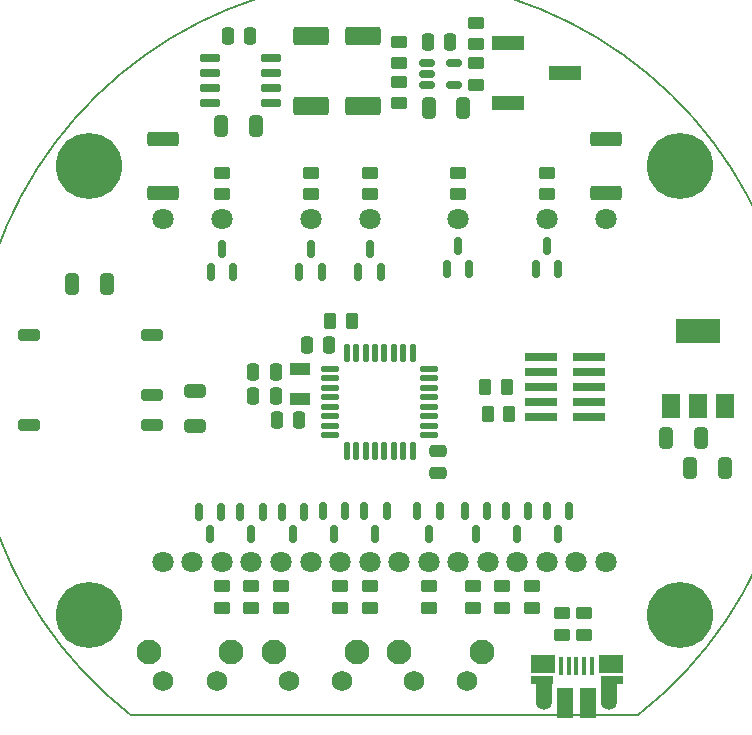
<source format=gts>
G04 #@! TF.GenerationSoftware,KiCad,Pcbnew,7.0.7-7.0.7~ubuntu22.04.1*
G04 #@! TF.CreationDate,2023-10-29T13:36:20+01:00*
G04 #@! TF.ProjectId,vfd1,76666431-2e6b-4696-9361-645f70636258,rev?*
G04 #@! TF.SameCoordinates,Original*
G04 #@! TF.FileFunction,Soldermask,Top*
G04 #@! TF.FilePolarity,Negative*
%FSLAX46Y46*%
G04 Gerber Fmt 4.6, Leading zero omitted, Abs format (unit mm)*
G04 Created by KiCad (PCBNEW 7.0.7-7.0.7~ubuntu22.04.1) date 2023-10-29 13:36:20*
%MOMM*%
%LPD*%
G01*
G04 APERTURE LIST*
G04 Aperture macros list*
%AMRoundRect*
0 Rectangle with rounded corners*
0 $1 Rounding radius*
0 $2 $3 $4 $5 $6 $7 $8 $9 X,Y pos of 4 corners*
0 Add a 4 corners polygon primitive as box body*
4,1,4,$2,$3,$4,$5,$6,$7,$8,$9,$2,$3,0*
0 Add four circle primitives for the rounded corners*
1,1,$1+$1,$2,$3*
1,1,$1+$1,$4,$5*
1,1,$1+$1,$6,$7*
1,1,$1+$1,$8,$9*
0 Add four rect primitives between the rounded corners*
20,1,$1+$1,$2,$3,$4,$5,0*
20,1,$1+$1,$4,$5,$6,$7,0*
20,1,$1+$1,$6,$7,$8,$9,0*
20,1,$1+$1,$8,$9,$2,$3,0*%
G04 Aperture macros list end*
%ADD10RoundRect,0.250000X0.250000X0.475000X-0.250000X0.475000X-0.250000X-0.475000X0.250000X-0.475000X0*%
%ADD11RoundRect,0.250000X-0.450000X0.262500X-0.450000X-0.262500X0.450000X-0.262500X0.450000X0.262500X0*%
%ADD12RoundRect,0.250000X0.450000X-0.262500X0.450000X0.262500X-0.450000X0.262500X-0.450000X-0.262500X0*%
%ADD13RoundRect,0.250000X-1.250000X-0.550000X1.250000X-0.550000X1.250000X0.550000X-1.250000X0.550000X0*%
%ADD14R,2.760000X0.650000*%
%ADD15C,2.100000*%
%ADD16C,1.750000*%
%ADD17RoundRect,0.150000X-0.150000X0.587500X-0.150000X-0.587500X0.150000X-0.587500X0.150000X0.587500X0*%
%ADD18RoundRect,0.150000X0.150000X-0.587500X0.150000X0.587500X-0.150000X0.587500X-0.150000X-0.587500X0*%
%ADD19R,1.800000X1.000000*%
%ADD20RoundRect,0.250000X-0.325000X-0.650000X0.325000X-0.650000X0.325000X0.650000X-0.325000X0.650000X0*%
%ADD21C,5.600000*%
%ADD22RoundRect,0.250000X-0.250000X-0.475000X0.250000X-0.475000X0.250000X0.475000X-0.250000X0.475000X0*%
%ADD23RoundRect,0.150000X-0.512500X-0.150000X0.512500X-0.150000X0.512500X0.150000X-0.512500X0.150000X0*%
%ADD24RoundRect,0.250000X-0.675000X0.250000X-0.675000X-0.250000X0.675000X-0.250000X0.675000X0.250000X0*%
%ADD25R,1.500000X2.000000*%
%ADD26R,3.800000X2.000000*%
%ADD27RoundRect,0.150000X-0.725000X-0.150000X0.725000X-0.150000X0.725000X0.150000X-0.725000X0.150000X0*%
%ADD28RoundRect,0.250000X-1.075000X0.362500X-1.075000X-0.362500X1.075000X-0.362500X1.075000X0.362500X0*%
%ADD29R,0.400000X1.650000*%
%ADD30R,1.825000X0.700000*%
%ADD31R,2.000000X1.500000*%
%ADD32R,1.350000X2.000000*%
%ADD33O,1.350000X1.700000*%
%ADD34O,1.100000X1.500000*%
%ADD35R,1.430000X2.500000*%
%ADD36RoundRect,0.250000X0.262500X0.450000X-0.262500X0.450000X-0.262500X-0.450000X0.262500X-0.450000X0*%
%ADD37RoundRect,0.250000X-0.475000X0.250000X-0.475000X-0.250000X0.475000X-0.250000X0.475000X0.250000X0*%
%ADD38RoundRect,0.250000X0.650000X-0.325000X0.650000X0.325000X-0.650000X0.325000X-0.650000X-0.325000X0*%
%ADD39RoundRect,0.250000X-0.262500X-0.450000X0.262500X-0.450000X0.262500X0.450000X-0.262500X0.450000X0*%
%ADD40RoundRect,0.250000X0.325000X0.650000X-0.325000X0.650000X-0.325000X-0.650000X0.325000X-0.650000X0*%
%ADD41RoundRect,0.125000X-0.625000X-0.125000X0.625000X-0.125000X0.625000X0.125000X-0.625000X0.125000X0*%
%ADD42RoundRect,0.125000X-0.125000X-0.625000X0.125000X-0.625000X0.125000X0.625000X-0.125000X0.625000X0*%
%ADD43R,2.790000X1.190000*%
%ADD44C,1.800000*%
G04 #@! TA.AperFunction,Profile*
%ADD45C,0.150000*%
G04 #@! TD*
G04 APERTURE END LIST*
D10*
X177625000Y-41000000D03*
X175725000Y-41000000D03*
D11*
X204000000Y-89887500D03*
X204000000Y-91712500D03*
D12*
X175250000Y-54412500D03*
X175250000Y-52587500D03*
D13*
X182825000Y-41000000D03*
X187225000Y-41000000D03*
D12*
X190225000Y-43300000D03*
X190225000Y-41475000D03*
D14*
X206312200Y-73228200D03*
X202272200Y-73228200D03*
X206312200Y-71958200D03*
X202272200Y-71958200D03*
X206312200Y-70688200D03*
X202272200Y-70688200D03*
X206312200Y-69418200D03*
X202272200Y-69418200D03*
X206312200Y-68148200D03*
X202272200Y-68148200D03*
D15*
X197250000Y-93110000D03*
X190240000Y-93110000D03*
D16*
X196000000Y-95600000D03*
X191500000Y-95600000D03*
D17*
X193700000Y-81250000D03*
X191800000Y-81250000D03*
X192750000Y-83125000D03*
X204650000Y-81250000D03*
X202750000Y-81250000D03*
X203700000Y-83125000D03*
D18*
X174300000Y-60937500D03*
X176200000Y-60937500D03*
X175250000Y-59062500D03*
D10*
X181800000Y-73500000D03*
X179900000Y-73500000D03*
D19*
X181898000Y-71696000D03*
X181898000Y-69196000D03*
D11*
X201500000Y-87587500D03*
X201500000Y-89412500D03*
D20*
X175150000Y-48600000D03*
X178100000Y-48600000D03*
D21*
X164000000Y-52000000D03*
D17*
X189200000Y-81250000D03*
X187300000Y-81250000D03*
X188250000Y-83125000D03*
D22*
X182438000Y-67144000D03*
X184338000Y-67144000D03*
D21*
X214000000Y-90000000D03*
D23*
X192587500Y-43250000D03*
X192587500Y-44200000D03*
X192587500Y-45150000D03*
X194862500Y-45150000D03*
X194862500Y-43250000D03*
D24*
X169300000Y-73910000D03*
X169300000Y-71370000D03*
X169300000Y-66290000D03*
X158900000Y-66290000D03*
X158900000Y-73910000D03*
D25*
X213246000Y-72308000D03*
X215546000Y-72308000D03*
D26*
X215546000Y-66008000D03*
D25*
X217846000Y-72308000D03*
D12*
X187750000Y-54412500D03*
X187750000Y-52587500D03*
D27*
X174237500Y-42845000D03*
X174237500Y-44115000D03*
X174237500Y-45385000D03*
X174237500Y-46655000D03*
X179387500Y-46655000D03*
X179387500Y-45385000D03*
X179387500Y-44115000D03*
X179387500Y-42845000D03*
D28*
X207750000Y-49687500D03*
X207750000Y-54312500D03*
D11*
X180250000Y-87587500D03*
X180250000Y-89412500D03*
D12*
X190225000Y-46687500D03*
X190225000Y-44862500D03*
D11*
X185250000Y-87587500D03*
X185250000Y-89412500D03*
D15*
X176050000Y-93110000D03*
X169040000Y-93110000D03*
D16*
X174800000Y-95600000D03*
X170300000Y-95600000D03*
D17*
X197700000Y-81250000D03*
X195800000Y-81250000D03*
X196750000Y-83125000D03*
X178700000Y-81312500D03*
X176800000Y-81312500D03*
X177750000Y-83187500D03*
D29*
X203965000Y-94295000D03*
X204615000Y-94295000D03*
X205265000Y-94295000D03*
X205915000Y-94295000D03*
X206565000Y-94295000D03*
D30*
X202315000Y-95495000D03*
D31*
X202415000Y-94195000D03*
D32*
X202535000Y-96245000D03*
D33*
X202535000Y-97175000D03*
D34*
X202845000Y-94175000D03*
D35*
X204305000Y-97445000D03*
X206225000Y-97445000D03*
D34*
X207685000Y-94175000D03*
D33*
X207995000Y-97175000D03*
D32*
X208015000Y-96245000D03*
D31*
X208165000Y-94175000D03*
D30*
X208265000Y-95495000D03*
D36*
X199593200Y-72974200D03*
X197768200Y-72974200D03*
D37*
X193548000Y-76100000D03*
X193548000Y-78000000D03*
D17*
X182200000Y-81312500D03*
X180300000Y-81312500D03*
X181250000Y-83187500D03*
D11*
X199000000Y-87587500D03*
X199000000Y-89412500D03*
D12*
X195250000Y-54412500D03*
X195250000Y-52587500D03*
D38*
X173000000Y-74000000D03*
X173000000Y-71050000D03*
D39*
X184396500Y-65112000D03*
X186221500Y-65112000D03*
D13*
X182825000Y-46900000D03*
X187225000Y-46900000D03*
D11*
X175250000Y-87587500D03*
X175250000Y-89412500D03*
X192750000Y-87587500D03*
X192750000Y-89412500D03*
D22*
X177900000Y-71462000D03*
X179800000Y-71462000D03*
D40*
X165500000Y-62000000D03*
X162550000Y-62000000D03*
D12*
X196800000Y-45125000D03*
X196800000Y-43300000D03*
D10*
X194600000Y-41500000D03*
X192700000Y-41500000D03*
D28*
X170250000Y-49687500D03*
X170250000Y-54312500D03*
D18*
X201800000Y-60687500D03*
X203700000Y-60687500D03*
X202750000Y-58812500D03*
D11*
X205900000Y-89887500D03*
X205900000Y-91712500D03*
X187750000Y-87587500D03*
X187750000Y-89412500D03*
D39*
X197537700Y-70688200D03*
X199362700Y-70688200D03*
D17*
X185700000Y-81250000D03*
X183800000Y-81250000D03*
X184750000Y-83125000D03*
D41*
X184436000Y-69176000D03*
X184436000Y-69976000D03*
X184436000Y-70776000D03*
X184436000Y-71576000D03*
X184436000Y-72376000D03*
X184436000Y-73176000D03*
X184436000Y-73976000D03*
X184436000Y-74776000D03*
D42*
X185811000Y-76151000D03*
X186611000Y-76151000D03*
X187411000Y-76151000D03*
X188211000Y-76151000D03*
X189011000Y-76151000D03*
X189811000Y-76151000D03*
X190611000Y-76151000D03*
X191411000Y-76151000D03*
D41*
X192786000Y-74776000D03*
X192786000Y-73976000D03*
X192786000Y-73176000D03*
X192786000Y-72376000D03*
X192786000Y-71576000D03*
X192786000Y-70776000D03*
X192786000Y-69976000D03*
X192786000Y-69176000D03*
D42*
X191411000Y-67801000D03*
X190611000Y-67801000D03*
X189811000Y-67801000D03*
X189011000Y-67801000D03*
X188211000Y-67801000D03*
X187411000Y-67801000D03*
X186611000Y-67801000D03*
X185811000Y-67801000D03*
D22*
X177900000Y-69430000D03*
X179800000Y-69430000D03*
D17*
X201200000Y-81250000D03*
X199300000Y-81250000D03*
X200250000Y-83125000D03*
D11*
X196500000Y-87587500D03*
X196500000Y-89412500D03*
D12*
X182750000Y-54412500D03*
X182750000Y-52587500D03*
D15*
X186650000Y-93110000D03*
X179640000Y-93110000D03*
D16*
X185400000Y-95600000D03*
X180900000Y-95600000D03*
D21*
X214000000Y-52000000D03*
D17*
X175200000Y-81312500D03*
X173300000Y-81312500D03*
X174250000Y-83187500D03*
D18*
X194300000Y-60687500D03*
X196200000Y-60687500D03*
X195250000Y-58812500D03*
X181800000Y-60937500D03*
X183700000Y-60937500D03*
X182750000Y-59062500D03*
D12*
X196800000Y-41712500D03*
X196800000Y-39887500D03*
D18*
X186800000Y-60937500D03*
X188700000Y-60937500D03*
X187750000Y-59062500D03*
D11*
X177750000Y-87587500D03*
X177750000Y-89412500D03*
D43*
X199485000Y-41560000D03*
X204315000Y-44100000D03*
X199485000Y-46640000D03*
D40*
X217832000Y-77540000D03*
X214882000Y-77540000D03*
X215800000Y-75000000D03*
X212850000Y-75000000D03*
D12*
X202750000Y-54412500D03*
X202750000Y-52587500D03*
D20*
X192750000Y-47100000D03*
X195700000Y-47100000D03*
D21*
X164000000Y-90000000D03*
D44*
X207750000Y-85500000D03*
X205250000Y-85500000D03*
X202750000Y-85500000D03*
X200250000Y-85500000D03*
X197750000Y-85500000D03*
X195250000Y-85500000D03*
X192750000Y-85500000D03*
X190250000Y-85500000D03*
X187750000Y-85500000D03*
X185250000Y-85500000D03*
X182750000Y-85500000D03*
X180250000Y-85500000D03*
X177750000Y-85500000D03*
X175250000Y-85500000D03*
X172750000Y-85500000D03*
X170250000Y-85500000D03*
X170250000Y-56500000D03*
X175250000Y-56500000D03*
X182750000Y-56500000D03*
X187750000Y-56500000D03*
X195250000Y-56500000D03*
X202750000Y-56500000D03*
X207750000Y-56500000D03*
D45*
X210502311Y-98461865D02*
G75*
G03*
X167509630Y-98471210I-21502311J27461865D01*
G01*
X210502311Y-98461866D02*
X167509629Y-98471211D01*
M02*

</source>
